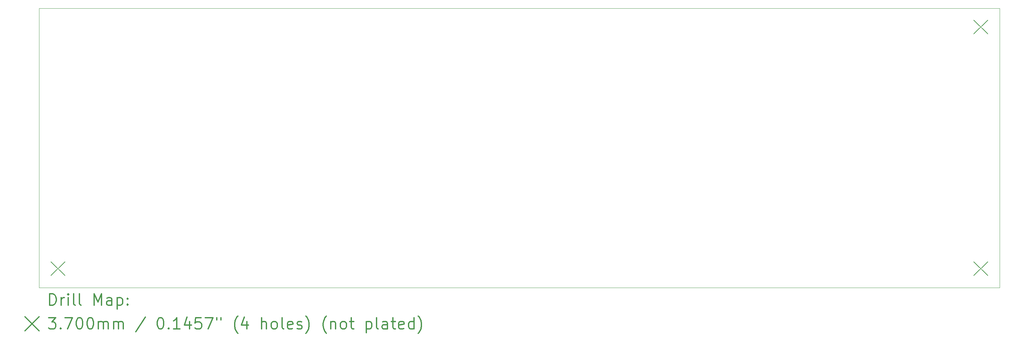
<source format=gbr>
%FSLAX45Y45*%
G04 Gerber Fmt 4.5, Leading zero omitted, Abs format (unit mm)*
G04 Created by KiCad (PCBNEW (5.1.12)-1) date 2024-06-16 18:18:29*
%MOMM*%
%LPD*%
G01*
G04 APERTURE LIST*
%TA.AperFunction,Profile*%
%ADD10C,0.050000*%
%TD*%
%ADD11C,0.200000*%
%ADD12C,0.300000*%
G04 APERTURE END LIST*
D10*
X27534708Y-11990108D02*
X2134708Y-11990108D01*
X27534708Y-4590108D02*
X27534708Y-11990108D01*
X2134708Y-4590108D02*
X27534708Y-4590108D01*
X2134708Y-11990108D02*
X2134708Y-4590108D01*
D11*
X2449708Y-11305108D02*
X2819708Y-11675108D01*
X2819708Y-11305108D02*
X2449708Y-11675108D01*
X26849708Y-4905108D02*
X27219708Y-5275108D01*
X27219708Y-4905108D02*
X26849708Y-5275108D01*
X26849708Y-4905108D02*
X27219708Y-5275108D01*
X27219708Y-4905108D02*
X26849708Y-5275108D01*
X26849708Y-11305108D02*
X27219708Y-11675108D01*
X27219708Y-11305108D02*
X26849708Y-11675108D01*
D12*
X2418636Y-12458322D02*
X2418636Y-12158322D01*
X2490065Y-12158322D01*
X2532922Y-12172608D01*
X2561494Y-12201179D01*
X2575779Y-12229751D01*
X2590065Y-12286894D01*
X2590065Y-12329751D01*
X2575779Y-12386894D01*
X2561494Y-12415465D01*
X2532922Y-12444037D01*
X2490065Y-12458322D01*
X2418636Y-12458322D01*
X2718636Y-12458322D02*
X2718636Y-12258322D01*
X2718636Y-12315465D02*
X2732922Y-12286894D01*
X2747208Y-12272608D01*
X2775779Y-12258322D01*
X2804351Y-12258322D01*
X2904351Y-12458322D02*
X2904351Y-12258322D01*
X2904351Y-12158322D02*
X2890065Y-12172608D01*
X2904351Y-12186894D01*
X2918636Y-12172608D01*
X2904351Y-12158322D01*
X2904351Y-12186894D01*
X3090065Y-12458322D02*
X3061494Y-12444037D01*
X3047208Y-12415465D01*
X3047208Y-12158322D01*
X3247208Y-12458322D02*
X3218636Y-12444037D01*
X3204351Y-12415465D01*
X3204351Y-12158322D01*
X3590065Y-12458322D02*
X3590065Y-12158322D01*
X3690065Y-12372608D01*
X3790065Y-12158322D01*
X3790065Y-12458322D01*
X4061494Y-12458322D02*
X4061494Y-12301179D01*
X4047208Y-12272608D01*
X4018636Y-12258322D01*
X3961494Y-12258322D01*
X3932922Y-12272608D01*
X4061494Y-12444037D02*
X4032922Y-12458322D01*
X3961494Y-12458322D01*
X3932922Y-12444037D01*
X3918636Y-12415465D01*
X3918636Y-12386894D01*
X3932922Y-12358322D01*
X3961494Y-12344037D01*
X4032922Y-12344037D01*
X4061494Y-12329751D01*
X4204351Y-12258322D02*
X4204351Y-12558322D01*
X4204351Y-12272608D02*
X4232922Y-12258322D01*
X4290065Y-12258322D01*
X4318636Y-12272608D01*
X4332922Y-12286894D01*
X4347208Y-12315465D01*
X4347208Y-12401179D01*
X4332922Y-12429751D01*
X4318636Y-12444037D01*
X4290065Y-12458322D01*
X4232922Y-12458322D01*
X4204351Y-12444037D01*
X4475779Y-12429751D02*
X4490065Y-12444037D01*
X4475779Y-12458322D01*
X4461494Y-12444037D01*
X4475779Y-12429751D01*
X4475779Y-12458322D01*
X4475779Y-12272608D02*
X4490065Y-12286894D01*
X4475779Y-12301179D01*
X4461494Y-12286894D01*
X4475779Y-12272608D01*
X4475779Y-12301179D01*
X1762208Y-12767608D02*
X2132208Y-13137608D01*
X2132208Y-12767608D02*
X1762208Y-13137608D01*
X2390065Y-12788322D02*
X2575779Y-12788322D01*
X2475779Y-12902608D01*
X2518636Y-12902608D01*
X2547208Y-12916894D01*
X2561494Y-12931179D01*
X2575779Y-12959751D01*
X2575779Y-13031179D01*
X2561494Y-13059751D01*
X2547208Y-13074037D01*
X2518636Y-13088322D01*
X2432922Y-13088322D01*
X2404351Y-13074037D01*
X2390065Y-13059751D01*
X2704351Y-13059751D02*
X2718636Y-13074037D01*
X2704351Y-13088322D01*
X2690065Y-13074037D01*
X2704351Y-13059751D01*
X2704351Y-13088322D01*
X2818636Y-12788322D02*
X3018636Y-12788322D01*
X2890065Y-13088322D01*
X3190065Y-12788322D02*
X3218636Y-12788322D01*
X3247208Y-12802608D01*
X3261494Y-12816894D01*
X3275779Y-12845465D01*
X3290065Y-12902608D01*
X3290065Y-12974037D01*
X3275779Y-13031179D01*
X3261494Y-13059751D01*
X3247208Y-13074037D01*
X3218636Y-13088322D01*
X3190065Y-13088322D01*
X3161494Y-13074037D01*
X3147208Y-13059751D01*
X3132922Y-13031179D01*
X3118636Y-12974037D01*
X3118636Y-12902608D01*
X3132922Y-12845465D01*
X3147208Y-12816894D01*
X3161494Y-12802608D01*
X3190065Y-12788322D01*
X3475779Y-12788322D02*
X3504351Y-12788322D01*
X3532922Y-12802608D01*
X3547208Y-12816894D01*
X3561494Y-12845465D01*
X3575779Y-12902608D01*
X3575779Y-12974037D01*
X3561494Y-13031179D01*
X3547208Y-13059751D01*
X3532922Y-13074037D01*
X3504351Y-13088322D01*
X3475779Y-13088322D01*
X3447208Y-13074037D01*
X3432922Y-13059751D01*
X3418636Y-13031179D01*
X3404351Y-12974037D01*
X3404351Y-12902608D01*
X3418636Y-12845465D01*
X3432922Y-12816894D01*
X3447208Y-12802608D01*
X3475779Y-12788322D01*
X3704351Y-13088322D02*
X3704351Y-12888322D01*
X3704351Y-12916894D02*
X3718636Y-12902608D01*
X3747208Y-12888322D01*
X3790065Y-12888322D01*
X3818636Y-12902608D01*
X3832922Y-12931179D01*
X3832922Y-13088322D01*
X3832922Y-12931179D02*
X3847208Y-12902608D01*
X3875779Y-12888322D01*
X3918636Y-12888322D01*
X3947208Y-12902608D01*
X3961494Y-12931179D01*
X3961494Y-13088322D01*
X4104351Y-13088322D02*
X4104351Y-12888322D01*
X4104351Y-12916894D02*
X4118636Y-12902608D01*
X4147208Y-12888322D01*
X4190065Y-12888322D01*
X4218636Y-12902608D01*
X4232922Y-12931179D01*
X4232922Y-13088322D01*
X4232922Y-12931179D02*
X4247208Y-12902608D01*
X4275779Y-12888322D01*
X4318636Y-12888322D01*
X4347208Y-12902608D01*
X4361494Y-12931179D01*
X4361494Y-13088322D01*
X4947208Y-12774037D02*
X4690065Y-13159751D01*
X5332922Y-12788322D02*
X5361494Y-12788322D01*
X5390065Y-12802608D01*
X5404351Y-12816894D01*
X5418636Y-12845465D01*
X5432922Y-12902608D01*
X5432922Y-12974037D01*
X5418636Y-13031179D01*
X5404351Y-13059751D01*
X5390065Y-13074037D01*
X5361494Y-13088322D01*
X5332922Y-13088322D01*
X5304351Y-13074037D01*
X5290065Y-13059751D01*
X5275779Y-13031179D01*
X5261494Y-12974037D01*
X5261494Y-12902608D01*
X5275779Y-12845465D01*
X5290065Y-12816894D01*
X5304351Y-12802608D01*
X5332922Y-12788322D01*
X5561494Y-13059751D02*
X5575779Y-13074037D01*
X5561494Y-13088322D01*
X5547208Y-13074037D01*
X5561494Y-13059751D01*
X5561494Y-13088322D01*
X5861494Y-13088322D02*
X5690065Y-13088322D01*
X5775779Y-13088322D02*
X5775779Y-12788322D01*
X5747208Y-12831179D01*
X5718636Y-12859751D01*
X5690065Y-12874037D01*
X6118636Y-12888322D02*
X6118636Y-13088322D01*
X6047208Y-12774037D02*
X5975779Y-12988322D01*
X6161494Y-12988322D01*
X6418636Y-12788322D02*
X6275779Y-12788322D01*
X6261494Y-12931179D01*
X6275779Y-12916894D01*
X6304351Y-12902608D01*
X6375779Y-12902608D01*
X6404351Y-12916894D01*
X6418636Y-12931179D01*
X6432922Y-12959751D01*
X6432922Y-13031179D01*
X6418636Y-13059751D01*
X6404351Y-13074037D01*
X6375779Y-13088322D01*
X6304351Y-13088322D01*
X6275779Y-13074037D01*
X6261494Y-13059751D01*
X6532922Y-12788322D02*
X6732922Y-12788322D01*
X6604351Y-13088322D01*
X6832922Y-12788322D02*
X6832922Y-12845465D01*
X6947208Y-12788322D02*
X6947208Y-12845465D01*
X7390065Y-13202608D02*
X7375779Y-13188322D01*
X7347208Y-13145465D01*
X7332922Y-13116894D01*
X7318636Y-13074037D01*
X7304351Y-13002608D01*
X7304351Y-12945465D01*
X7318636Y-12874037D01*
X7332922Y-12831179D01*
X7347208Y-12802608D01*
X7375779Y-12759751D01*
X7390065Y-12745465D01*
X7632922Y-12888322D02*
X7632922Y-13088322D01*
X7561494Y-12774037D02*
X7490065Y-12988322D01*
X7675779Y-12988322D01*
X8018636Y-13088322D02*
X8018636Y-12788322D01*
X8147208Y-13088322D02*
X8147208Y-12931179D01*
X8132922Y-12902608D01*
X8104351Y-12888322D01*
X8061494Y-12888322D01*
X8032922Y-12902608D01*
X8018636Y-12916894D01*
X8332922Y-13088322D02*
X8304351Y-13074037D01*
X8290065Y-13059751D01*
X8275779Y-13031179D01*
X8275779Y-12945465D01*
X8290065Y-12916894D01*
X8304351Y-12902608D01*
X8332922Y-12888322D01*
X8375779Y-12888322D01*
X8404351Y-12902608D01*
X8418636Y-12916894D01*
X8432922Y-12945465D01*
X8432922Y-13031179D01*
X8418636Y-13059751D01*
X8404351Y-13074037D01*
X8375779Y-13088322D01*
X8332922Y-13088322D01*
X8604351Y-13088322D02*
X8575779Y-13074037D01*
X8561494Y-13045465D01*
X8561494Y-12788322D01*
X8832922Y-13074037D02*
X8804351Y-13088322D01*
X8747208Y-13088322D01*
X8718636Y-13074037D01*
X8704351Y-13045465D01*
X8704351Y-12931179D01*
X8718636Y-12902608D01*
X8747208Y-12888322D01*
X8804351Y-12888322D01*
X8832922Y-12902608D01*
X8847208Y-12931179D01*
X8847208Y-12959751D01*
X8704351Y-12988322D01*
X8961494Y-13074037D02*
X8990065Y-13088322D01*
X9047208Y-13088322D01*
X9075779Y-13074037D01*
X9090065Y-13045465D01*
X9090065Y-13031179D01*
X9075779Y-13002608D01*
X9047208Y-12988322D01*
X9004351Y-12988322D01*
X8975779Y-12974037D01*
X8961494Y-12945465D01*
X8961494Y-12931179D01*
X8975779Y-12902608D01*
X9004351Y-12888322D01*
X9047208Y-12888322D01*
X9075779Y-12902608D01*
X9190065Y-13202608D02*
X9204351Y-13188322D01*
X9232922Y-13145465D01*
X9247208Y-13116894D01*
X9261494Y-13074037D01*
X9275779Y-13002608D01*
X9275779Y-12945465D01*
X9261494Y-12874037D01*
X9247208Y-12831179D01*
X9232922Y-12802608D01*
X9204351Y-12759751D01*
X9190065Y-12745465D01*
X9732922Y-13202608D02*
X9718636Y-13188322D01*
X9690065Y-13145465D01*
X9675779Y-13116894D01*
X9661494Y-13074037D01*
X9647208Y-13002608D01*
X9647208Y-12945465D01*
X9661494Y-12874037D01*
X9675779Y-12831179D01*
X9690065Y-12802608D01*
X9718636Y-12759751D01*
X9732922Y-12745465D01*
X9847208Y-12888322D02*
X9847208Y-13088322D01*
X9847208Y-12916894D02*
X9861494Y-12902608D01*
X9890065Y-12888322D01*
X9932922Y-12888322D01*
X9961494Y-12902608D01*
X9975779Y-12931179D01*
X9975779Y-13088322D01*
X10161494Y-13088322D02*
X10132922Y-13074037D01*
X10118636Y-13059751D01*
X10104351Y-13031179D01*
X10104351Y-12945465D01*
X10118636Y-12916894D01*
X10132922Y-12902608D01*
X10161494Y-12888322D01*
X10204351Y-12888322D01*
X10232922Y-12902608D01*
X10247208Y-12916894D01*
X10261494Y-12945465D01*
X10261494Y-13031179D01*
X10247208Y-13059751D01*
X10232922Y-13074037D01*
X10204351Y-13088322D01*
X10161494Y-13088322D01*
X10347208Y-12888322D02*
X10461494Y-12888322D01*
X10390065Y-12788322D02*
X10390065Y-13045465D01*
X10404351Y-13074037D01*
X10432922Y-13088322D01*
X10461494Y-13088322D01*
X10790065Y-12888322D02*
X10790065Y-13188322D01*
X10790065Y-12902608D02*
X10818636Y-12888322D01*
X10875779Y-12888322D01*
X10904351Y-12902608D01*
X10918636Y-12916894D01*
X10932922Y-12945465D01*
X10932922Y-13031179D01*
X10918636Y-13059751D01*
X10904351Y-13074037D01*
X10875779Y-13088322D01*
X10818636Y-13088322D01*
X10790065Y-13074037D01*
X11104351Y-13088322D02*
X11075779Y-13074037D01*
X11061494Y-13045465D01*
X11061494Y-12788322D01*
X11347208Y-13088322D02*
X11347208Y-12931179D01*
X11332922Y-12902608D01*
X11304351Y-12888322D01*
X11247208Y-12888322D01*
X11218636Y-12902608D01*
X11347208Y-13074037D02*
X11318636Y-13088322D01*
X11247208Y-13088322D01*
X11218636Y-13074037D01*
X11204351Y-13045465D01*
X11204351Y-13016894D01*
X11218636Y-12988322D01*
X11247208Y-12974037D01*
X11318636Y-12974037D01*
X11347208Y-12959751D01*
X11447208Y-12888322D02*
X11561494Y-12888322D01*
X11490065Y-12788322D02*
X11490065Y-13045465D01*
X11504351Y-13074037D01*
X11532922Y-13088322D01*
X11561494Y-13088322D01*
X11775779Y-13074037D02*
X11747208Y-13088322D01*
X11690065Y-13088322D01*
X11661494Y-13074037D01*
X11647208Y-13045465D01*
X11647208Y-12931179D01*
X11661494Y-12902608D01*
X11690065Y-12888322D01*
X11747208Y-12888322D01*
X11775779Y-12902608D01*
X11790065Y-12931179D01*
X11790065Y-12959751D01*
X11647208Y-12988322D01*
X12047208Y-13088322D02*
X12047208Y-12788322D01*
X12047208Y-13074037D02*
X12018636Y-13088322D01*
X11961494Y-13088322D01*
X11932922Y-13074037D01*
X11918636Y-13059751D01*
X11904351Y-13031179D01*
X11904351Y-12945465D01*
X11918636Y-12916894D01*
X11932922Y-12902608D01*
X11961494Y-12888322D01*
X12018636Y-12888322D01*
X12047208Y-12902608D01*
X12161494Y-13202608D02*
X12175779Y-13188322D01*
X12204351Y-13145465D01*
X12218636Y-13116894D01*
X12232922Y-13074037D01*
X12247208Y-13002608D01*
X12247208Y-12945465D01*
X12232922Y-12874037D01*
X12218636Y-12831179D01*
X12204351Y-12802608D01*
X12175779Y-12759751D01*
X12161494Y-12745465D01*
M02*

</source>
